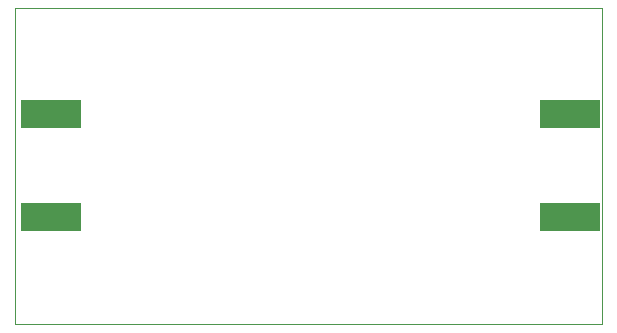
<source format=gbp>
G04 Layer_Color=128*
%FSLAX25Y25*%
%MOIN*%
G70*
G01*
G75*
%ADD16R,0.20000X0.09508*%
%ADD22C,0.00394*%
D16*
X11772Y35724D02*
D03*
Y70236D02*
D03*
X185000D02*
D03*
Y35724D02*
D03*
D22*
X0Y0D02*
Y16000D01*
Y0D02*
X195500D01*
Y105500D01*
X0D02*
X195500D01*
X0Y16000D02*
Y105500D01*
M02*

</source>
